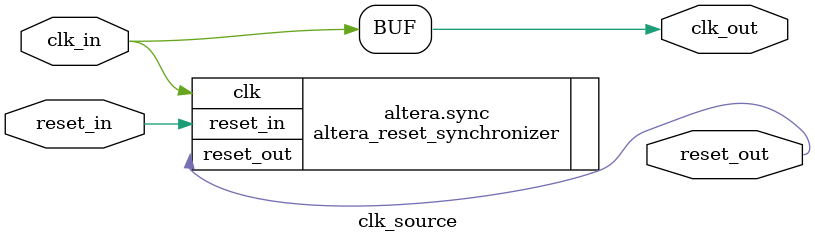
<source format=v>
`timescale 1ns / 1ps


module clk_source #(
	parameter FPGA_VENDOR = "ALTERA" // "ALTERA" , "XILINX"
	)(
	input   reset_in,
	input   clk_in,
	output  reset_out,
	output	clk_out

);

	generate 
	if(  FPGA_VENDOR == "ALTERA" ) begin :altera 
		
		altera_reset_synchronizer sync(
			.reset_in	(reset_in), 
			.clk		(clk_in),
	    		.reset_out	(reset_out)
		);

	end else if(  FPGA_VENDOR == "XILINX" ) begin :xilinx 	
		
		xilinx_reset_synchroniser sync(
			.clk		(clk_in),
			.aresetin	(reset_in),
			.sync_reset	(reset_out)
		);


	end
	endgenerate


	assign clk_out=clk_in;


endmodule





</source>
